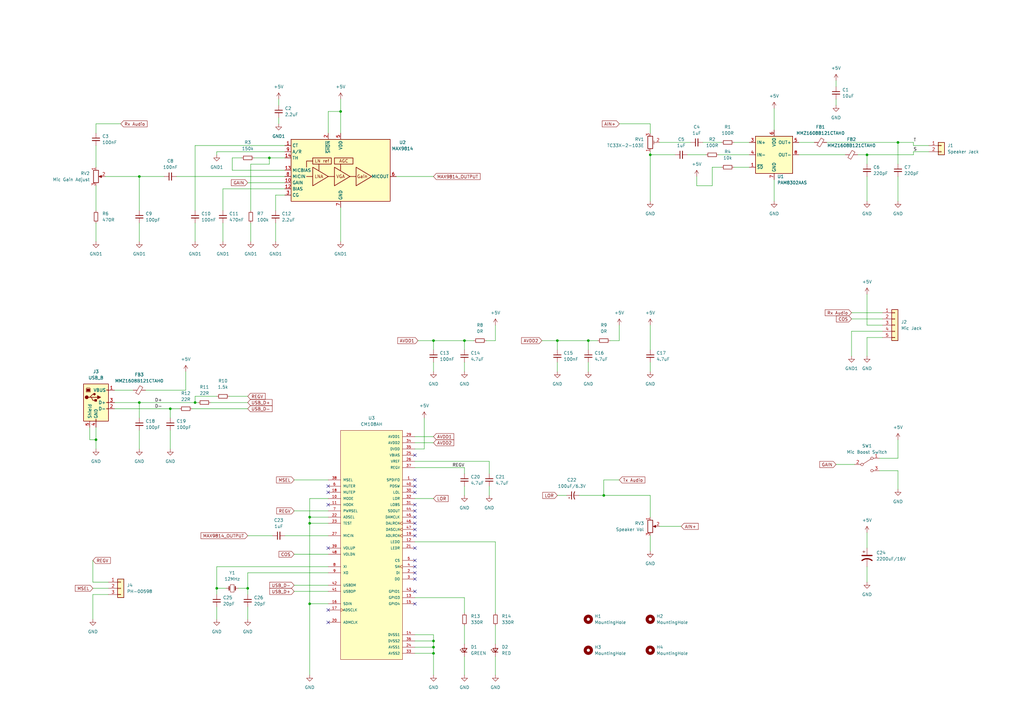
<source format=kicad_sch>
(kicad_sch (version 20230121) (generator eeschema)
  (paper "A3")
  (title_block (title "BARCBox") (date "2023-06-01") (comment 1 "iredden@gmail.com"))
  (lib_symbols
    (symbol "Amplifier_Audio:MAX9814"
      (property "Reference" "U" (at -20.32 13.97 0))
      (property "Value" "MAX9814" (at 11.43 13.97 0))
      (symbol "MAX9814_0_0"
        (text "AGC" (at 1.27 3.81 0) (effects (font (size 1.27 1.27))))
        (text "Gain" (at 8.89 -2.54 0) (effects (font (size 1.27 1.27))))
        (text "LN ref" (at -7.62 3.81 0) (effects (font (size 1.27 1.27))))
        (text "LNA" (at -8.89 -2.54 0) (effects (font (size 1.27 1.27))))
        (text "VGA" (at 0 -2.54 0) (effects (font (size 1.27 1.27))))
      )
      (symbol "MAX9814_1_1"
        (pin input line (at -22.86 10.16 0) (length 2.54) (name "CT") (number "1"))
        (pin input line (at -22.86 -5.08 0) (length 2.54) (name "GAIN") (number "10"))
        (pin passive line (at 0 -15.24 90) (length 2.54) hide (name "GND") (number "11"))
        (pin passive line (at -22.86 -7.62 0) (length 2.54) (name "BIAS") (number "12"))
        (pin output line (at -22.86 0 0) (length 2.54) (name "MICBIAS") (number "13"))
        (pin input line (at -22.86 5.08 0) (length 2.54) (name "TH") (number "14"))
        (pin passive line (at 0 -15.24 90) (length 2.54) hide (name "GND") (number "15"))
        (pin input line (at -5.08 15.24 270) (length 2.54) (name "~{SHDN}") (number "2"))
        (pin passive line (at -22.86 -10.16 0) (length 2.54) (name "CG") (number "3"))
        (pin passive line (at 0 -15.24 90) (length 2.54) hide (name "GND") (number "4"))
        (pin power_in line (at 0 15.24 270) (length 2.54) (name "VDD") (number "5"))
        (pin output line (at 22.86 -2.54 180) (length 2.54) (name "MICOUT") (number "6"))
        (pin power_in line (at 0 -15.24 90) (length 2.54) (name "GND") (number "7"))
        (pin input line (at -22.86 -2.54 0) (length 2.54) (name "MICIN") (number "8"))
        (pin input line (at -22.86 7.62 0) (length 2.54) (name "A/R") (number "9"))
      )
    )
    (symbol "Amplifier_Audio:PAM8302AAS"
      (property "Reference" "U" (at 7.62 11.43 0))
      (property "Value" "PAM8302AAS" (at 7.62 8.89 0))
      (symbol "PAM8302AAS_1_1"
        (pin input line (at -10.16 -5.08 0) (length 2.54) (name "~{SD}") (number "1"))
        (pin no_connect line (at 7.62 -5.08 180) (length 2.54) hide (name "NC") (number "2"))
        (pin input line (at -10.16 5.08 0) (length 2.54) (name "IN+") (number "3"))
        (pin input line (at -10.16 0 0) (length 2.54) (name "IN-") (number "4"))
        (pin output line (at 10.16 5.08 180) (length 2.54) (name "OUT+") (number "5"))
        (pin power_in line (at 0 10.16 270) (length 2.54) (name "VDD") (number "6"))
        (pin power_in line (at 0 -10.16 90) (length 2.54) (name "GND") (number "7"))
        (pin output line (at 10.16 0 180) (length 2.54) (name "OUT-") (number "8"))
      )
    )
    (symbol "Connector:USB_B" (pin_names (offset 1.016))
      (property "Reference" "J" (at -5.08 11.43 0))
      (property "Value" "USB_B" (at -5.08 8.89 0))
      (symbol "USB_B_1_1"
        (pin power_out line (at 7.62 5.08 180) (length 2.54) (name "VBUS") (number "1"))
        (pin bidirectional line (at 7.62 -2.54 180) (length 2.54) (name "D-") (number "2"))
        (pin bidirectional line (at 7.62 0 180) (length 2.54) (name "D+") (number "3"))
        (pin power_out line (at 0 -10.16 90) (length 2.54) (name "GND") (number "4"))
        (pin passive line (at -2.54 -10.16 90) (length 2.54) (name "Shield") (number "5"))
      )
    )
    (symbol "Connector_Generic:Conn_01x02" (pin_names (offset 1.016) hide)
      (property "Reference" "J" (at 0 2.54 0))
      (property "Value" "Conn_01x02" (at 0 -5.08 0))
      (symbol "Conn_01x02_1_1"
        (pin passive line (at -5.08 0 0) (length 3.81) (name "Pin_1") (number "1"))
        (pin passive line (at -5.08 -2.54 0) (length 3.81) (name "Pin_2") (number "2"))
      )
    )
    (symbol "Connector_Generic:Conn_01x03" (pin_names (offset 1.016) hide)
      (property "Reference" "J" (at 0 5.08 0))
      (property "Value" "Conn_01x03" (at 0 -5.08 0))
      (symbol "Conn_01x03_1_1"
        (pin passive line (at -5.08 2.54 0) (length 3.81) (name "Pin_1") (number "1"))
        (pin passive line (at -5.08 0 0) (length 3.81) (name "Pin_2") (number "2"))
        (pin passive line (at -5.08 -2.54 0) (length 3.81) (name "Pin_3") (number "3"))
      )
    )
    (symbol "Connector_Generic:Conn_01x05" (pin_names (offset 1.016) hide)
      (property "Reference" "J" (at 0 7.62 0))
      (property "Value" "Conn_01x05" (at 0 -7.62 0))
      (symbol "Conn_01x05_1_1"
        (pin passive line (at -5.08 5.08 0) (length 3.81) (name "Pin_1") (number "1"))
        (pin passive line (at -5.08 2.54 0) (length 3.81) (name "Pin_2") (number "2"))
        (pin passive line (at -5.08 0 0) (length 3.81) (name "Pin_3") (number "3"))
        (pin passive line (at -5.08 -2.54 0) (length 3.81) (name "Pin_4") (number "4"))
        (pin passive line (at -5.08 -5.08 0) (length 3.81) (name "Pin_5") (number "5"))
      )
    )
    (symbol "Device:C_Polarized_Small_US" (pin_numbers hide) (pin_names (offset 0.254) hide)
      (property "Reference" "C" (at 0.254 1.778 0))
      (property "Value" "C_Polarized_Small_US" (at 0.254 -2.032 0))
      (symbol "C_Polarized_Small_US_1_1"
        (pin passive line (at 0 2.54 270) (length 2.032) (name "~") (number "1"))
        (pin passive line (at 0 -2.54 90) (length 2.032) (name "~") (number "2"))
      )
    )
    (symbol "Device:C_Polarized_US" (pin_numbers hide) (pin_names (offset 0.254) hide)
      (property "Reference" "C" (at 0.635 2.54 0))
      (property "Value" "C_Polarized_US" (at 0.635 -2.54 0))
      (symbol "C_Polarized_US_1_1"
        (pin passive line (at 0 3.81 270) (length 2.794) (name "~") (number "1"))
        (pin passive line (at 0 -3.81 90) (length 3.302) (name "~") (number "2"))
      )
    )
    (symbol "Device:C_Small" (pin_numbers hide) (pin_names (offset 0.254) hide)
      (property "Reference" "C" (at 0.254 1.778 0))
      (property "Value" "C_Small" (at 0.254 -2.032 0))
      (symbol "C_Small_1_1"
        (pin passive line (at 0 2.54 270) (length 2.032) (name "~") (number "1"))
        (pin passive line (at 0 -2.54 90) (length 2.032) (name "~") (number "2"))
      )
    )
    (symbol "Device:Crystal_Small" (pin_numbers hide) (pin_names (offset 1.016) hide)
      (property "Reference" "Y" (at 0 2.54 0))
      (property "Value" "Crystal_Small" (at 0 -2.54 0))
      (symbol "Crystal_Small_1_1"
        (pin passive line (at -2.54 0 0) (length 1.27) (name "1") (number "1"))
        (pin passive line (at 2.54 0 180) (length 1.27) (name "2") (number "2"))
      )
    )
    (symbol "Device:FerriteBead_Small" (pin_numbers hide) (pin_names (offset 0))
      (property "Reference" "FB" (at 1.905 1.27 0))
      (property "Value" "FerriteBead_Small" (at 1.905 -1.27 0))
      (symbol "FerriteBead_Small_1_1"
        (pin passive line (at 0 2.54 270) (length 1.27) (name "~") (number "1"))
        (pin passive line (at 0 -2.54 90) (length 1.27) (name "~") (number "2"))
      )
    )
    (symbol "Device:LED_Small" (pin_numbers hide) (pin_names (offset 0.254) hide)
      (property "Reference" "D" (at -1.27 3.175 0))
      (property "Value" "LED_Small" (at -4.445 -2.54 0))
      (symbol "LED_Small_1_1"
        (pin passive line (at -2.54 0 0) (length 1.778) (name "K") (number "1"))
        (pin passive line (at 2.54 0 180) (length 1.778) (name "A") (number "2"))
      )
    )
    (symbol "Device:R_Potentiometer" (pin_names (offset 1.016) hide)
      (property "Reference" "RV" (at -4.445 0 90))
      (property "Value" "R_Potentiometer" (at -2.54 0 90))
      (symbol "R_Potentiometer_1_1"
        (pin passive line (at 0 3.81 270) (length 1.27) (name "1") (number "1"))
        (pin passive line (at 3.81 0 180) (length 1.27) (name "2") (number "2"))
        (pin passive line (at 0 -3.81 90) (length 1.27) (name "3") (number "3"))
      )
    )
    (symbol "Device:R_Potentiometer_Trim" (pin_names (offset 1.016) hide)
      (property "Reference" "RV" (at -4.445 0 90))
      (property "Value" "R_Potentiometer_Trim" (at -2.54 0 90))
      (symbol "R_Potentiometer_Trim_1_1"
        (pin passive line (at 0 3.81 270) (length 1.27) (name "1") (number "1"))
        (pin passive line (at 3.81 0 180) (length 1.27) (name "2") (number "2"))
        (pin passive line (at 0 -3.81 90) (length 1.27) (name "3") (number "3"))
      )
    )
    (symbol "Device:R_Small" (pin_numbers hide) (pin_names (offset 0.254) hide)
      (property "Reference" "R" (at 0.762 0.508 0))
      (property "Value" "R_Small" (at 0.762 -1.016 0))
      (symbol "R_Small_1_1"
        (pin passive line (at 0 2.54 270) (length 0.762) (name "~") (number "1"))
        (pin passive line (at 0 -2.54 90) (length 0.762) (name "~") (number "2"))
      )
    )
    (symbol "Mechanical:MountingHole" (pin_names (offset 1.016))
      (property "Reference" "H" (at 0 5.08 0))
      (property "Value" "MountingHole" (at 0 3.175 0))
    )
    (symbol "Schematic Symbols:CM108AH" (pin_names (offset 1.016))
      (property "Reference" "U" (at 0 50.8 0))
      (property "Value" "CM108AH" (at 0 48.26 0))
      (symbol "CM108AH_0_0"
        (pin passive line (at 17.78 27.94 180) (length 5.08) (name "SPDIFO") (number "1"))
        (pin passive line (at -17.78 20.32 0) (length 5.08) (name "MODE") (number "10"))
        (pin passive line (at -17.78 17.78 0) (length 5.08) (name "HOOK") (number "11"))
        (pin passive line (at 17.78 2.54 180) (length 5.08) (name "LEDO") (number "12"))
        (pin passive line (at 17.78 -20.32 180) (length 5.08) (name "GPIO3") (number "13"))
        (pin passive line (at 17.78 -35.56 180) (length 5.08) (name "DVSS1") (number "14"))
        (pin passive line (at 17.78 -22.86 180) (length 5.08) (name "GPIO4") (number "15"))
        (pin passive line (at -17.78 -22.86 0) (length 5.08) (name "SDIN") (number "16"))
        (pin passive clock (at -17.78 -25.4 0) (length 5.08) (name "ADSCLK") (number "17"))
        (pin passive line (at -17.78 22.86 0) (length 5.08) (name "MUTEP") (number "18"))
        (pin passive clock (at 17.78 5.08 180) (length 5.08) (name "ADLRCK") (number "19"))
        (pin passive line (at 17.78 -10.16 180) (length 5.08) (name "DI") (number "2"))
        (pin passive line (at -17.78 -30.48 0) (length 5.08) (name "ADMCLK") (number "20"))
        (pin passive line (at 17.78 0 180) (length 5.08) (name "LEDR") (number "21"))
        (pin passive line (at -17.78 12.7 0) (length 5.08) (name "ADSEL") (number "22"))
        (pin passive line (at -17.78 10.16 0) (length 5.08) (name "TEST") (number "23"))
        (pin passive line (at 17.78 -40.64 180) (length 5.08) (name "AVSS1") (number "24"))
        (pin passive line (at 17.78 38.1 180) (length 5.08) (name "VBIAS") (number "25"))
        (pin passive line (at 17.78 35.56 180) (length 5.08) (name "VREF") (number "26"))
        (pin passive line (at -17.78 5.08 0) (length 5.08) (name "MICIN") (number "27"))
        (pin passive line (at 17.78 45.72 180) (length 5.08) (name "AVDD1") (number "29"))
        (pin passive line (at 17.78 -12.7 180) (length 5.08) (name "DO") (number "3"))
        (pin passive line (at 17.78 22.86 180) (length 5.08) (name "LOL") (number "30"))
        (pin passive line (at 17.78 17.78 180) (length 5.08) (name "LOBS") (number "31"))
        (pin passive line (at 17.78 20.32 180) (length 5.08) (name "LOR") (number "32"))
        (pin passive line (at 17.78 -43.18 180) (length 5.08) (name "AVSS2") (number "33"))
        (pin passive line (at 17.78 43.18 180) (length 5.08) (name "AVDD2") (number "34"))
        (pin passive line (at 17.78 40.64 180) (length 5.08) (name "DVDD") (number "35"))
        (pin passive line (at 17.78 -38.1 180) (length 5.08) (name "DVSS2") (number "36"))
        (pin passive line (at 17.78 33.02 180) (length 5.08) (name "REGV") (number "37"))
        (pin passive line (at -17.78 27.94 0) (length 5.08) (name "MSEL") (number "38"))
        (pin passive line (at -17.78 0 0) (length 5.08) (name "VOLUP") (number "39"))
        (pin passive clock (at 17.78 -7.62 180) (length 5.08) (name "SK") (number "4"))
        (pin passive line (at 17.78 25.4 180) (length 5.08) (name "PDSW") (number "40"))
        (pin passive line (at -17.78 -17.78 0) (length 5.08) (name "USBDP") (number "41"))
        (pin passive line (at -17.78 -15.24 0) (length 5.08) (name "USBDM") (number "42"))
        (pin passive line (at 17.78 -17.78 180) (length 5.08) (name "GPIO1") (number "43"))
        (pin passive line (at 17.78 15.24 180) (length 5.08) (name "SDOUT") (number "44"))
        (pin passive line (at 17.78 12.7 180) (length 5.08) (name "DAMCLK") (number "45"))
        (pin passive clock (at 17.78 10.16 180) (length 5.08) (name "DALRCK") (number "46"))
        (pin passive clock (at 17.78 7.62 180) (length 5.08) (name "DASCLK") (number "47"))
        (pin passive line (at -17.78 -2.54 0) (length 5.08) (name "VOLDN") (number "48"))
        (pin passive line (at 17.78 -5.08 180) (length 5.08) (name "CS") (number "5"))
        (pin passive line (at -17.78 25.4 0) (length 5.08) (name "MUTER") (number "6"))
        (pin passive line (at -17.78 15.24 0) (length 5.08) (name "PWRSEL") (number "7"))
        (pin passive line (at -17.78 -7.62 0) (length 5.08) (name "XI") (number "8"))
        (pin passive line (at -17.78 -10.16 0) (length 5.08) (name "XO") (number "9"))
      )
    )
    (symbol "Switch:SW_SPDT" (pin_names (offset 0) hide)
      (property "Reference" "SW" (at 0 4.318 0))
      (property "Value" "SW_SPDT" (at 0 -5.08 0))
      (symbol "SW_SPDT_1_1"
        (pin passive line (at 5.08 2.54 180) (length 2.54) (name "A") (number "1"))
        (pin passive line (at -5.08 0 0) (length 2.54) (name "B") (number "2"))
        (pin passive line (at 5.08 -2.54 180) (length 2.54) (name "C") (number "3"))
      )
    )
    (symbol "power:+5V" (power) (pin_names (offset 0))
      (property "Value" "+5V" (at 0 3.556 0))
      (symbol "+5V_1_1"
        (pin power_in line (at 0 0 90) (length 0) hide (name "+5V") (number "1"))
      )
    )
    (symbol "power:GND" (power) (pin_names (offset 0))
      (property "Value" "GND" (at 0 -3.81 0))
      (symbol "GND_1_1"
        (pin power_in line (at 0 0 270) (length 0) hide (name "GND") (number "1"))
      )
    )
    (symbol "power:GND1" (power) (pin_names (offset 0))
      (property "Value" "GND1" (at 0 -3.81 0))
      (symbol "GND1_1_1"
        (pin power_in line (at 0 0 270) (length 0) hide (name "GND1") (number "1"))
      )
    )
  )
  (junction (at 177.8 139.7))
  (junction (at 39.37 180.34))
  (junction (at 177.8 265.43))
  (junction (at 127 212.09))
  (junction (at 69.85 167.64))
  (junction (at 57.15 72.39))
  (junction (at 80.01 165.1))
  (junction (at 127 247.65))
  (junction (at 247.65 203.2))
  (junction (at 110.49 64.77))
  (junction (at 228.6 139.7))
  (junction (at 177.8 262.89))
  (junction (at 127 214.63))
  (junction (at 355.6 63.5))
  (junction (at 177.8 267.97))
  (junction (at 88.9 241.3))
  (junction (at 101.6 241.3))
  (junction (at 241.3 139.7))
  (junction (at 266.7 63.5))
  (junction (at 190.5 139.7))
  (junction (at 57.15 165.1))
  (junction (at 139.7 45.72))
  (junction (at 368.3 58.42))
  (no_connect (at 134.62 201.93))
  (no_connect (at 134.62 250.19))
  (no_connect (at 134.62 207.01))
  (no_connect (at 170.18 209.55))
  (no_connect (at 170.18 212.09))
  (no_connect (at 170.18 214.63))
  (no_connect (at 170.18 217.17))
  (no_connect (at 170.18 247.65))
  (no_connect (at 170.18 199.39))
  (no_connect (at 170.18 224.79))
  (no_connect (at 170.18 242.57))
  (no_connect (at 170.18 229.87))
  (no_connect (at 170.18 232.41))
  (no_connect (at 170.18 234.95))
  (no_connect (at 170.18 237.49))
  (no_connect (at 134.62 199.39))
  (no_connect (at 134.62 224.79))
  (no_connect (at 170.18 219.71))
  (no_connect (at 170.18 201.93))
  (no_connect (at 170.18 186.69))
  (no_connect (at 134.62 255.27))
  (no_connect (at 170.18 207.01))
  (no_connect (at 170.18 196.85))
  (wire (pts (xy 247.65 203.2) (xy 266.7 203.2)))
  (wire (pts (xy 171.45 139.7) (xy 177.8 139.7)))
  (wire (pts (xy 101.6 243.84) (xy 101.6 241.3)))
  (wire (pts (xy 173.99 171.45) (xy 173.99 184.15)))
  (wire (pts (xy 190.5 148.59) (xy 190.5 152.4)))
  (wire (pts (xy 228.6 203.2) (xy 232.41 203.2)))
  (wire (pts (xy 200.66 189.23) (xy 200.66 194.31)))
  (wire (pts (xy 355.6 120.65) (xy 355.6 133.35)))
  (wire (pts (xy 80.01 99.06) (xy 80.01 91.44)))
  (wire (pts (xy 361.95 133.35) (xy 355.6 133.35)))
  (wire (pts (xy 266.7 219.71) (xy 266.7 226.06)))
  (wire (pts (xy 102.87 86.36) (xy 102.87 67.31)))
  (wire (pts (xy 317.5 73.66) (xy 317.5 82.55)))
  (wire (pts (xy 80.01 162.56) (xy 80.01 165.1)))
  (wire (pts (xy 355.6 63.5) (xy 374.65 63.5)))
  (wire (pts (xy 127 204.47) (xy 127 212.09)))
  (wire (pts (xy 254 133.35) (xy 254 139.7)))
  (wire (pts (xy 170.18 245.11) (xy 190.5 245.11)))
  (wire (pts (xy 110.49 64.77) (xy 104.14 64.77)))
  (wire (pts (xy 134.62 45.72) (xy 139.7 45.72)))
  (wire (pts (xy 342.9 40.64) (xy 342.9 43.18)))
  (wire (pts (xy 80.01 59.69) (xy 116.84 59.69)))
  (wire (pts (xy 292.1 76.2) (xy 292.1 68.58)))
  (wire (pts (xy 88.9 62.23) (xy 116.84 62.23)))
  (wire (pts (xy 177.8 267.97) (xy 177.8 276.86)))
  (wire (pts (xy 114.3 48.26) (xy 114.3 50.8)))
  (wire (pts (xy 342.9 33.02) (xy 342.9 35.56)))
  (wire (pts (xy 134.62 232.41) (xy 88.9 232.41)))
  (wire (pts (xy 368.3 193.04) (xy 368.3 200.66)))
  (wire (pts (xy 116.84 64.77) (xy 110.49 64.77)))
  (wire (pts (xy 190.5 256.54) (xy 190.5 264.16)))
  (wire (pts (xy 288.29 58.42) (xy 295.91 58.42)))
  (wire (pts (xy 360.68 193.04) (xy 368.3 193.04)))
  (wire (pts (xy 101.6 74.93) (xy 116.84 74.93)))
  (wire (pts (xy 44.45 238.76) (xy 38.1 238.76)))
  (wire (pts (xy 43.18 72.39) (xy 57.15 72.39)))
  (wire (pts (xy 241.3 139.7) (xy 245.11 139.7)))
  (wire (pts (xy 247.65 196.85) (xy 247.65 203.2)))
  (wire (pts (xy 270.51 215.9) (xy 279.4 215.9)))
  (wire (pts (xy 190.5 139.7) (xy 194.31 139.7)))
  (wire (pts (xy 170.18 179.07) (xy 177.8 179.07)))
  (wire (pts (xy 241.3 139.7) (xy 241.3 143.51)))
  (wire (pts (xy 241.3 148.59) (xy 241.3 152.4)))
  (wire (pts (xy 190.5 203.2) (xy 190.5 199.39)))
  (wire (pts (xy 110.49 67.31) (xy 110.49 64.77)))
  (wire (pts (xy 88.9 162.56) (xy 80.01 162.56)))
  (wire (pts (xy 78.74 167.64) (xy 101.6 167.64)))
  (wire (pts (xy 368.3 180.34) (xy 368.3 187.96)))
  (wire (pts (xy 327.66 58.42) (xy 334.01 58.42)))
  (wire (pts (xy 113.03 99.06) (xy 113.03 91.44)))
  (wire (pts (xy 57.15 72.39) (xy 67.31 72.39)))
  (wire (pts (xy 91.44 99.06) (xy 91.44 91.44)))
  (wire (pts (xy 120.65 240.03) (xy 134.62 240.03)))
  (wire (pts (xy 381 62.23) (xy 374.65 62.23)))
  (wire (pts (xy 327.66 63.5) (xy 346.71 63.5)))
  (wire (pts (xy 80.01 165.1) (xy 81.28 165.1)))
  (wire (pts (xy 134.62 247.65) (xy 127 247.65)))
  (wire (pts (xy 203.2 222.25) (xy 203.2 251.46)))
  (wire (pts (xy 88.9 248.92) (xy 88.9 254)))
  (wire (pts (xy 88.9 232.41) (xy 88.9 241.3)))
  (wire (pts (xy 349.25 130.81) (xy 361.95 130.81)))
  (wire (pts (xy 116.84 219.71) (xy 134.62 219.71)))
  (wire (pts (xy 139.7 40.64) (xy 139.7 45.72)))
  (wire (pts (xy 57.15 165.1) (xy 80.01 165.1)))
  (wire (pts (xy 91.44 86.36) (xy 91.44 77.47)))
  (wire (pts (xy 361.95 138.43) (xy 355.6 138.43)))
  (wire (pts (xy 222.25 139.7) (xy 228.6 139.7)))
  (wire (pts (xy 38.1 241.3) (xy 44.45 241.3)))
  (wire (pts (xy 57.15 72.39) (xy 57.15 86.36)))
  (wire (pts (xy 101.6 241.3) (xy 101.6 234.95)))
  (wire (pts (xy 170.18 262.89) (xy 177.8 262.89)))
  (wire (pts (xy 294.64 63.5) (xy 307.34 63.5)))
  (wire (pts (xy 200.66 203.2) (xy 200.66 199.39)))
  (wire (pts (xy 120.65 209.55) (xy 134.62 209.55)))
  (wire (pts (xy 127 214.63) (xy 127 247.65)))
  (wire (pts (xy 177.8 262.89) (xy 177.8 265.43)))
  (wire (pts (xy 266.7 203.2) (xy 266.7 212.09)))
  (wire (pts (xy 355.6 218.44) (xy 355.6 224.79)))
  (wire (pts (xy 76.2 152.4) (xy 76.2 160.02)))
  (wire (pts (xy 36.83 175.26) (xy 36.83 180.34)))
  (wire (pts (xy 228.6 143.51) (xy 228.6 139.7)))
  (wire (pts (xy 368.3 67.31) (xy 368.3 58.42)))
  (wire (pts (xy 44.45 243.84) (xy 38.1 243.84)))
  (wire (pts (xy 39.37 91.44) (xy 39.37 99.06)))
  (wire (pts (xy 39.37 76.2) (xy 39.37 86.36)))
  (wire (pts (xy 46.99 160.02) (xy 54.61 160.02)))
  (wire (pts (xy 170.18 184.15) (xy 173.99 184.15)))
  (wire (pts (xy 97.79 241.3) (xy 101.6 241.3)))
  (wire (pts (xy 69.85 167.64) (xy 69.85 171.45)))
  (wire (pts (xy 39.37 50.8) (xy 49.53 50.8)))
  (wire (pts (xy 203.2 133.35) (xy 203.2 139.7)))
  (wire (pts (xy 266.7 50.8) (xy 266.7 54.61)))
  (wire (pts (xy 368.3 58.42) (xy 374.65 58.42)))
  (wire (pts (xy 46.99 165.1) (xy 57.15 165.1)))
  (wire (pts (xy 127 212.09) (xy 127 214.63)))
  (wire (pts (xy 300.99 68.58) (xy 307.34 68.58)))
  (wire (pts (xy 349.25 128.27) (xy 361.95 128.27)))
  (wire (pts (xy 349.25 146.05) (xy 349.25 135.89)))
  (wire (pts (xy 170.18 189.23) (xy 200.66 189.23)))
  (wire (pts (xy 342.9 190.5) (xy 350.52 190.5)))
  (wire (pts (xy 355.6 138.43) (xy 355.6 146.05)))
  (wire (pts (xy 266.7 148.59) (xy 266.7 152.4)))
  (wire (pts (xy 113.03 86.36) (xy 113.03 80.01)))
  (wire (pts (xy 270.51 58.42) (xy 283.21 58.42)))
  (wire (pts (xy 95.25 69.85) (xy 116.84 69.85)))
  (wire (pts (xy 266.7 63.5) (xy 266.7 82.55)))
  (wire (pts (xy 120.65 227.33) (xy 134.62 227.33)))
  (wire (pts (xy 237.49 203.2) (xy 247.65 203.2)))
  (wire (pts (xy 102.87 67.31) (xy 110.49 67.31)))
  (wire (pts (xy 69.85 176.53) (xy 69.85 184.15)))
  (wire (pts (xy 170.18 204.47) (xy 177.8 204.47)))
  (wire (pts (xy 317.5 44.45) (xy 317.5 53.34)))
  (wire (pts (xy 381 59.69) (xy 374.65 59.69)))
  (wire (pts (xy 177.8 139.7) (xy 190.5 139.7)))
  (wire (pts (xy 266.7 62.23) (xy 266.7 63.5)))
  (wire (pts (xy 203.2 269.24) (xy 203.2 276.86)))
  (wire (pts (xy 88.9 241.3) (xy 92.71 241.3)))
  (wire (pts (xy 228.6 152.4) (xy 228.6 148.59)))
  (wire (pts (xy 102.87 99.06) (xy 102.87 91.44)))
  (wire (pts (xy 250.19 139.7) (xy 254 139.7)))
  (wire (pts (xy 80.01 86.36) (xy 80.01 59.69)))
  (wire (pts (xy 355.6 82.55) (xy 355.6 72.39)))
  (wire (pts (xy 190.5 191.77) (xy 170.18 191.77)))
  (wire (pts (xy 285.75 76.2) (xy 285.75 72.39)))
  (wire (pts (xy 127 214.63) (xy 134.62 214.63)))
  (wire (pts (xy 38.1 229.87) (xy 38.1 238.76)))
  (wire (pts (xy 36.83 180.34) (xy 39.37 180.34)))
  (wire (pts (xy 134.62 212.09) (xy 127 212.09)))
  (wire (pts (xy 127 247.65) (xy 127 276.86)))
  (wire (pts (xy 39.37 175.26) (xy 39.37 180.34)))
  (wire (pts (xy 339.09 58.42) (xy 368.3 58.42)))
  (wire (pts (xy 95.25 64.77) (xy 95.25 69.85)))
  (wire (pts (xy 177.8 265.43) (xy 177.8 267.97)))
  (wire (pts (xy 170.18 222.25) (xy 203.2 222.25)))
  (wire (pts (xy 139.7 85.09) (xy 139.7 99.06)))
  (wire (pts (xy 38.1 243.84) (xy 38.1 254)))
  (wire (pts (xy 285.75 76.2) (xy 292.1 76.2)))
  (wire (pts (xy 254 196.85) (xy 247.65 196.85)))
  (wire (pts (xy 360.68 187.96) (xy 368.3 187.96)))
  (wire (pts (xy 99.06 64.77) (xy 95.25 64.77)))
  (wire (pts (xy 170.18 267.97) (xy 177.8 267.97)))
  (wire (pts (xy 300.99 58.42) (xy 307.34 58.42)))
  (wire (pts (xy 199.39 139.7) (xy 203.2 139.7)))
  (wire (pts (xy 88.9 241.3) (xy 88.9 243.84)))
  (wire (pts (xy 39.37 50.8) (xy 39.37 54.61)))
  (wire (pts (xy 91.44 77.47) (xy 116.84 77.47)))
  (wire (pts (xy 93.98 162.56) (xy 101.6 162.56)))
  (wire (pts (xy 349.25 135.89) (xy 361.95 135.89)))
  (wire (pts (xy 59.69 160.02) (xy 76.2 160.02)))
  (wire (pts (xy 170.18 265.43) (xy 177.8 265.43)))
  (wire (pts (xy 203.2 256.54) (xy 203.2 264.16)))
  (wire (pts (xy 177.8 152.4) (xy 177.8 148.59)))
  (wire (pts (xy 281.94 63.5) (xy 289.56 63.5)))
  (wire (pts (xy 114.3 40.64) (xy 114.3 43.18)))
  (wire (pts (xy 101.6 219.71) (xy 111.76 219.71)))
  (wire (pts (xy 69.85 167.64) (xy 73.66 167.64)))
  (wire (pts (xy 355.6 67.31) (xy 355.6 63.5)))
  (wire (pts (xy 374.65 59.69) (xy 374.65 58.42)))
  (wire (pts (xy 254 50.8) (xy 266.7 50.8)))
  (wire (pts (xy 190.5 251.46) (xy 190.5 245.11)))
  (wire (pts (xy 374.65 62.23) (xy 374.65 63.5)))
  (wire (pts (xy 170.18 260.35) (xy 177.8 260.35)))
  (wire (pts (xy 113.03 80.01) (xy 116.84 80.01)))
  (wire (pts (xy 170.18 181.61) (xy 177.8 181.61)))
  (wire (pts (xy 57.15 91.44) (xy 57.15 99.06)))
  (wire (pts (xy 72.39 72.39) (xy 116.84 72.39)))
  (wire (pts (xy 134.62 54.61) (xy 134.62 45.72)))
  (wire (pts (xy 57.15 165.1) (xy 57.15 171.45)))
  (wire (pts (xy 88.9 63.5) (xy 88.9 62.23)))
  (wire (pts (xy 177.8 143.51) (xy 177.8 139.7)))
  (wire (pts (xy 355.6 232.41) (xy 355.6 238.76)))
  (wire (pts (xy 101.6 234.95) (xy 134.62 234.95)))
  (wire (pts (xy 39.37 59.69) (xy 39.37 68.58)))
  (wire (pts (xy 368.3 82.55) (xy 368.3 72.39)))
  (wire (pts (xy 190.5 139.7) (xy 190.5 143.51)))
  (wire (pts (xy 39.37 180.34) (xy 39.37 184.15)))
  (wire (pts (xy 266.7 133.35) (xy 266.7 143.51)))
  (wire (pts (xy 101.6 254) (xy 101.6 248.92)))
  (wire (pts (xy 57.15 176.53) (xy 57.15 184.15)))
  (wire (pts (xy 228.6 139.7) (xy 241.3 139.7)))
  (wire (pts (xy 139.7 45.72) (xy 139.7 54.61)))
  (wire (pts (xy 120.65 242.57) (xy 134.62 242.57)))
  (wire (pts (xy 46.99 167.64) (xy 69.85 167.64)))
  (wire (pts (xy 177.8 260.35) (xy 177.8 262.89)))
  (wire (pts (xy 120.65 196.85) (xy 134.62 196.85)))
  (wire (pts (xy 162.56 72.39) (xy 177.8 72.39)))
  (wire (pts (xy 86.36 165.1) (xy 101.6 165.1)))
  (wire (pts (xy 190.5 194.31) (xy 190.5 191.77)))
  (wire (pts (xy 134.62 204.47) (xy 127 204.47)))
  (wire (pts (xy 351.79 63.5) (xy 355.6 63.5)))
  (wire (pts (xy 190.5 269.24) (xy 190.5 276.86)))
  (wire (pts (xy 292.1 68.58) (xy 295.91 68.58)))
  (wire (pts (xy 266.7 63.5) (xy 276.86 63.5)))
  (label "T" (at 374.65 58.42 0))
  (label "D-" (at 63.5 167.64 0))
  (label "D+" (at 63.5 165.1 0))
  (label "S" (at 374.65 62.23 0))
  (label "REGV" (at 190.5 191.77 180))
  (global_label "AVDD1" (shape input) (at 171.45 139.7 180) (property "Intersheetrefs" "${INTERSHEET_REFS}" (effects hide)))
  (global_label "MAX9814_OUTPUT" (shape input) (at 101.6 219.71 180) (property "Intersheetrefs" "${INTERSHEET_REFS}" (effects hide)))
  (global_label "REGV" (shape input) (at 120.65 209.55 180) (property "Intersheetrefs" "${INTERSHEET_REFS}" (effects hide)))
  (global_label "AVDD2" (shape input) (at 222.25 139.7 180) (property "Intersheetrefs" "${INTERSHEET_REFS}" (effects hide)))
  (global_label "Rx Audio" (shape input) (at 49.53 50.8 0) (property "Intersheetrefs" "${INTERSHEET_REFS}" (effects hide)))
  (global_label "USB_D-" (shape input) (at 101.6 167.64 0) (property "Intersheetrefs" "${INTERSHEET_REFS}" (effects hide)))
  (global_label "AIN+" (shape input) (at 254 50.8 180) (property "Intersheetrefs" "${INTERSHEET_REFS}" (effects hide)))
  (global_label "USB_D-" (shape input) (at 120.65 240.03 180) (property "Intersheetrefs" "${INTERSHEET_REFS}" (effects hide)))
  (global_label "USB_D+" (shape input) (at 101.6 165.1 0) (property "Intersheetrefs" "${INTERSHEET_REFS}" (effects hide)))
  (global_label "AVDD2" (shape input) (at 177.8 181.61 0) (property "Intersheetrefs" "${INTERSHEET_REFS}" (effects hide)))
  (global_label "REGV" (shape input) (at 101.6 162.56 0) (property "Intersheetrefs" "${INTERSHEET_REFS}" (effects hide)))
  (global_label "MSEL" (shape input) (at 38.1 241.3 180) (property "Intersheetrefs" "${INTERSHEET_REFS}" (effects hide)))
  (global_label "REGV" (shape input) (at 38.1 229.87 0) (property "Intersheetrefs" "${INTERSHEET_REFS}" (effects hide)))
  (global_label "MAX9814_OUTPUT" (shape input) (at 177.8 72.39 0) (property "Intersheetrefs" "${INTERSHEET_REFS}" (effects hide)))
  (global_label "GAIN" (shape input) (at 342.9 190.5 180) (property "Intersheetrefs" "${INTERSHEET_REFS}" (effects hide)))
  (global_label "AIN+" (shape input) (at 279.4 215.9 0) (property "Intersheetrefs" "${INTERSHEET_REFS}" (effects hide)))
  (global_label "LOR" (shape input) (at 177.8 204.47 0) (property "Intersheetrefs" "${INTERSHEET_REFS}" (effects hide)))
  (global_label "LOR" (shape input) (at 228.6 203.2 180) (property "Intersheetrefs" "${INTERSHEET_REFS}" (effects hide)))
  (global_label "USB_D+" (shape input) (at 120.65 242.57 180) (property "Intersheetrefs" "${INTERSHEET_REFS}" (effects hide)))
  (global_label "AVDD1" (shape input) (at 177.8 179.07 0) (property "Intersheetrefs" "${INTERSHEET_REFS}" (effects hide)))
  (global_label "COS" (shape input) (at 120.65 227.33 180) (property "Intersheetrefs" "${INTERSHEET_REFS}" (effects hide)))
  (global_label "GAIN" (shape input) (at 101.6 74.93 180) (property "Intersheetrefs" "${INTERSHEET_REFS}" (effects hide)))
  (global_label "Rx Audio" (shape input) (at 349.25 128.27 180) (property "Intersheetrefs" "${INTERSHEET_REFS}" (effects hide)))
  (global_label "COS" (shape input) (at 349.25 130.81 180) (property "Intersheetrefs" "${INTERSHEET_REFS}" (effects hide)))
  (global_label "Tx Audio" (shape input) (at 254 196.85 0) (property "Intersheetrefs" "${INTERSHEET_REFS}" (effects hide)))
  (global_label "MSEL" (shape input) (at 120.65 196.85 180) (property "Intersheetrefs" "${INTERSHEET_REFS}" (effects hide)))
  (symbol (lib_id "power:GND") (at 190.5 203.2 0) (unit 1)
    (property "Reference" "#PWR0128" (effects hide))
    (property "Value" "GND" (at 190.5 208.28 0))
  )
  (symbol (lib_id "Device:R_Small") (at 196.85 139.7 90) (unit 1)
    (property "Reference" "R8" (at 196.85 133.35 90))
    (property "Value" "0R" (at 196.85 135.89 90))
    (property "Footprint" "Resistor_SMD:R_0603_1608Metric" (effects hide))
    (property "LCSC Part #" "C21189" (effects hide))
  )
  (symbol (lib_id "power:GND") (at 127 276.86 0) (unit 1)
    (property "Reference" "#PWR0101" (effects hide))
    (property "Value" "GND" (at 127 281.94 0))
  )
  (symbol (lib_id "power:GND1") (at 39.37 99.06 0) (unit 1)
    (property "Reference" "#PWR0113" (effects hide))
    (property "Value" "GND1" (at 39.37 104.14 0))
  )
  (symbol (lib_id "power:GND1") (at 80.01 99.06 0) (unit 1)
    (property "Reference" "#PWR0111" (effects hide))
    (property "Value" "GND1" (at 80.01 104.14 0))
  )
  (symbol (lib_id "Device:Crystal_Small") (at 95.25 241.3 0) (unit 1)
    (property "Reference" "Y1" (at 95.25 234.95 0))
    (property "Value" "12MHz" (at 95.25 237.49 0))
    (property "Footprint" "Crystal:Crystal_SMD_HC49-SD" (effects hide))
    (property "LCSC Part #" "C111117" (effects hide))
  )
  (symbol (lib_id "Device:R_Small") (at 247.65 139.7 90) (unit 1)
    (property "Reference" "R9" (at 247.65 133.35 90))
    (property "Value" "0R" (at 247.65 135.89 90))
    (property "Footprint" "Resistor_SMD:R_0603_1608Metric" (effects hide))
    (property "LCSC Part #" "C21189" (effects hide))
  )
  (symbol (lib_id "Mechanical:MountingHole") (at 241.3 254 0) (unit 1)
    (property "Reference" "H1" (at 243.84 252.7299 0) (effects (justify left)))
    (property "Value" "MountingHole" (at 243.84 255.2699 0) (effects (justify left)))
    (property "Footprint" "MountingHole:MountingHole_3.2mm_M3_ISO14580" (effects hide))
  )
  (symbol (lib_id "Device:C_Small") (at 39.37 57.15 0) (unit 1)
    (property "Reference" "C3" (at 41.91 55.8862 0) (effects (justify left)))
    (property "Value" "100nF" (at 41.91 58.4262 0) (effects (justify left)))
    (property "Footprint" "Capacitor_SMD:C_0603_1608Metric" (effects hide))
    (property "LCSC Part #" "C14663" (effects hide))
  )
  (symbol (lib_id "power:GND") (at 177.8 276.86 0) (unit 1)
    (property "Reference" "#PWR0102" (effects hide))
    (property "Value" "GND" (at 177.8 281.94 0))
  )
  (symbol (lib_id "Mechanical:MountingHole") (at 266.7 266.7 0) (unit 1)
    (property "Reference" "H4" (at 269.24 265.4299 0) (effects (justify left)))
    (property "Value" "MountingHole" (at 269.24 267.9699 0) (effects (justify left)))
    (property "Footprint" "MountingHole:MountingHole_3.2mm_M3_ISO14580" (effects hide))
  )
  (symbol (lib_id "Device:R_Small") (at 203.2 254 0) (unit 1)
    (property "Reference" "R14" (at 205.74 252.7299 0) (effects (justify left)))
    (property "Value" "330R" (at 205.74 255.2699 0) (effects (justify left)))
    (property "Footprint" "Resistor_SMD:R_0603_1608Metric" (effects hide))
    (property "LCSC Part #" "C23138" (effects hide))
  )
  (symbol (lib_id "Device:R_Small") (at 292.1 63.5 90) (unit 1)
    (property "Reference" "R2" (at 292.1 57.15 90))
    (property "Value" "100R" (at 292.1 59.69 90))
    (property "Footprint" "Resistor_SMD:R_0603_1608Metric" (effects hide))
    (property "LCSC Part #" "C22775" (effects hide))
  )
  (symbol (lib_id "power:GND") (at 228.6 152.4 0) (unit 1)
    (property "Reference" "#PWR0148" (effects hide))
    (property "Value" "GND" (at 228.6 157.48 0))
  )
  (symbol (lib_id "Connector:USB_B") (at 39.37 165.1 0) (unit 1)
    (property "Reference" "J3" (at 39.37 152.4 0))
    (property "Value" "USB_B" (at 39.37 154.94 0))
    (property "Footprint" "Connector_USB:USB_B_OST_USB-B1HSxx_Horizontal" (effects hide))
    (property "Datasheet" " ~" (effects hide))
    (property "LCSC Part #" "C46393" (effects hide))
  )
  (symbol (lib_id "Amplifier_Audio:PAM8302AAS") (at 317.5 63.5 0) (unit 1)
    (property "Reference" "U1" (at 318.77 72.39 0) (effects (justify left)))
    (property "Value" "PAM8302AAS" (at 318.77 74.93 0) (effects (justify left)))
    (property "Footprint" "Package_SO:MSOP-8_3x3mm_P0.65mm" (effects hide))
    (property "Datasheet" "https://www.diodes.com/assets/Datasheets/PAM8302A.pdf" (effects hide))
    (property "LCSC Part #" "C113367" (effects hide))
  )
  (symbol (lib_id "power:GND") (at 190.5 276.86 0) (unit 1)
    (property "Reference" "#PWR0103" (effects hide))
    (property "Value" "GND" (at 190.5 281.94 0))
  )
  (symbol (lib_id "Mechanical:MountingHole") (at 266.7 254 0) (unit 1)
    (property "Reference" "H2" (at 269.24 252.7299 0) (effects (justify left)))
    (property "Value" "MountingHole" (at 269.24 255.2699 0) (effects (justify left)))
    (property "Footprint" "MountingHole:MountingHole_3.2mm_M3_ISO14580" (effects hide))
  )
  (symbol (lib_id "power:GND") (at 317.5 82.55 0) (unit 1)
    (property "Reference" "#PWR0138" (effects hide))
    (property "Value" "GND" (at 317.5 87.63 0))
  )
  (symbol (lib_id "power:+5V") (at 114.3 40.64 0) (unit 1)
    (property "Reference" "#PWR0115" (effects hide))
    (property "Value" "+5V" (at 114.3 35.56 0))
  )
  (symbol (lib_id "power:+5V") (at 76.2 152.4 0) (unit 1)
    (property "Reference" "#PWR0105" (effects hide))
    (property "Value" "+5V" (at 76.2 147.32 0))
  )
  (symbol (lib_id "power:GND") (at 266.7 82.55 0) (unit 1)
    (property "Reference" "#PWR0147" (effects hide))
    (property "Value" "GND" (at 266.7 87.63 0))
  )
  (symbol (lib_id "Device:C_Small") (at 114.3 219.71 90) (unit 1)
    (property "Reference" "C23" (at 114.3063 213.36 90))
    (property "Value" "1uF" (at 114.3063 215.9 90))
    (property "Footprint" "Capacitor_SMD:C_0603_1608Metric" (effects hide))
    (property "LCSC Part #" "C15849" (effects hide))
  )
  (symbol (lib_id "power:+5V") (at 139.7 40.64 0) (unit 1)
    (property "Reference" "#PWR0117" (effects hide))
    (property "Value" "+5V" (at 139.7 35.56 0))
  )
  (symbol (lib_id "Device:R_Small") (at 298.45 58.42 90) (unit 1)
    (property "Reference" "R1" (at 298.45 52.07 90))
    (property "Value" "100R" (at 298.45 54.61 90))
    (property "Footprint" "Resistor_SMD:R_0603_1608Metric" (effects hide))
    (property "LCSC Part #" "C22775" (effects hide))
  )
  (symbol (lib_id "Device:C_Small") (at 200.66 196.85 0) (unit 1)
    (property "Reference" "C21" (at 203.2 195.5862 0) (effects (justify left)))
    (property "Value" "4.7uF" (at 203.2 198.1262 0) (effects (justify left)))
    (property "Footprint" "Capacitor_SMD:C_0603_1608Metric" (effects hide))
    (property "LCSC Part #" "C19666" (effects hide))
  )
  (symbol (lib_id "Device:LED_Small") (at 203.2 266.7 90) (unit 1)
    (property "Reference" "D2" (at 205.74 265.3664 90) (effects (justify right)))
    (property "Value" "RED" (at 205.74 267.9064 90) (effects (justify right)))
    (property "Footprint" "LED_SMD:LED_0603_1608Metric" (effects hide))
    (property "LCSC Part #" "C2286" (effects hide))
  )
  (symbol (lib_id "power:GND") (at 57.15 184.15 0) (unit 1)
    (property "Reference" "#PWR0107" (effects hide))
    (property "Value" "GND" (at 57.15 189.23 0))
  )
  (symbol (lib_id "power:GND") (at 241.3 152.4 0) (unit 1)
    (property "Reference" "#PWR0144" (effects hide))
    (property "Value" "GND" (at 241.3 157.48 0))
  )
  (symbol (lib_id "power:GND1") (at 349.25 146.05 0) (unit 1)
    (property "Reference" "#PWR0134" (effects hide))
    (property "Value" "GND1" (at 349.25 151.13 0))
  )
  (symbol (lib_id "Device:C_Small") (at 190.5 146.05 0) (unit 1)
    (property "Reference" "C14" (at 193.04 144.7862 0) (effects (justify left)))
    (property "Value" "4.7uF" (at 193.04 147.3262 0) (effects (justify left)))
    (property "Footprint" "Capacitor_SMD:C_0603_1608Metric" (effects hide))
    (property "LCSC Part #" "C19666" (effects hide))
  )
  (symbol (lib_id "Device:C_Small") (at 368.3 69.85 0) (unit 1)
    (property "Reference" "C7" (at 370.84 68.5862 0) (effects (justify left)))
    (property "Value" "220pF" (at 370.84 71.1262 0) (effects (justify left)))
    (property "Footprint" "Capacitor_SMD:C_0603_1608Metric" (effects hide))
    (property "LCSC Part #" "C1603" (effects hide))
  )
  (symbol (lib_id "power:GND1") (at 139.7 99.06 0) (unit 1)
    (property "Reference" "#PWR0119" (effects hide))
    (property "Value" "GND1" (at 139.7 104.14 0))
  )
  (symbol (lib_id "Switch:SW_SPDT") (at 355.6 190.5 0) (unit 1)
    (property "Reference" "SW1" (at 355.6 182.88 0))
    (property "Value" "Mic Boost Switch" (at 355.6 185.42 0))
    (property "Footprint" "PCB Footprints:Mic Boost Switch" (effects hide))
    (property "LCSC Part #" "-" (effects hide))
  )
  (symbol (lib_id "Device:R_Small") (at 83.82 165.1 90) (unit 1)
    (property "Reference" "R11" (at 83.82 158.75 90))
    (property "Value" "22R" (at 83.82 161.29 90))
    (property "Footprint" "Resistor_SMD:R_0603_1608Metric" (effects hide))
    (property "LCSC Part #" "C23345" (effects hide))
  )
  (symbol (lib_id "Device:C_Polarized_US") (at 355.6 228.6 0) (unit 1)
    (property "Reference" "C24" (at 359.41 226.6949 0) (effects (justify left)))
    (property "Value" "2200uF/16V" (at 359.41 229.2349 0) (effects (justify left)))
    (property "Footprint" "Capacitor_THT:C_Radial_D10.0mm_H20.0mm_P5.00mm" (effects hide))
    (property "LCSC Part #" "C697579" (effects hide))
  )
  (symbol (lib_id "Device:C_Small") (at 101.6 246.38 0) (unit 1)
    (property "Reference" "C26" (at 104.14 245.1162 0) (effects (justify left)))
    (property "Value" "20pF" (at 104.14 247.6562 0) (effects (justify left)))
    (property "Footprint" "Capacitor_SMD:C_0603_1608Metric" (effects hide))
    (property "LCSC Part #" "C1648" (effects hide))
  )
  (symbol (lib_id "Device:C_Small") (at 57.15 88.9 0) (unit 1)
    (property "Reference" "C9" (at 59.69 87.6362 0) (effects (justify left)))
    (property "Value" "100pF" (at 59.69 90.1762 0) (effects (justify left)))
    (property "Footprint" "Capacitor_SMD:C_0603_1608Metric" (effects hide))
    (property "LCSC Part #" "C14858" (effects hide))
  )
  (symbol (lib_id "power:GND") (at 101.6 254 0) (unit 1)
    (property "Reference" "#PWR0120" (effects hide))
    (property "Value" "GND" (at 101.6 259.08 0))
  )
  (symbol (lib_id "power:+5V") (at 355.6 120.65 0) (unit 1)
    (property "Reference" "#PWR0131" (effects hide))
    (property "Value" "+5V" (at 355.6 115.57 0))
  )
  (symbol (lib_id "power:GND") (at 368.3 200.66 0) (unit 1)
    (property "Reference" "#PWR0135" (effects hide))
    (property "Value" "GND" (at 368.3 205.74 0))
  )
  (symbol (lib_id "power:GND") (at 38.1 254 0) (unit 1)
    (property "Reference" "#PWR0122" (effects hide))
    (property "Value" "GND" (at 38.1 259.08 0))
  )
  (symbol (lib_id "power:GND") (at 266.7 152.4 0) (unit 1)
    (property "Reference" "#PWR0146" (effects hide))
    (property "Value" "GND" (at 266.7 157.48 0))
  )
  (symbol (lib_id "power:+5V") (at 355.6 218.44 0) (unit 1)
    (property "Reference" "#PWR0137" (effects hide))
    (property "Value" "+5V" (at 355.6 213.36 0))
  )
  (symbol (lib_id "Device:R_Small") (at 39.37 88.9 0) (unit 1)
    (property "Reference" "R6" (at 41.91 87.6299 0) (effects (justify left)))
    (property "Value" "470R" (at 41.91 90.1699 0) (effects (justify left)))
    (property "Footprint" "Resistor_SMD:R_0603_1608Metric" (effects hide))
    (property "LCSC Part #" "C23179" (effects hide))
  )
  (symbol (lib_id "power:+5V") (at 285.75 72.39 0) (unit 1)
    (property "Reference" "#PWR0145" (effects hide))
    (property "Value" "+5V" (at 285.75 67.31 0))
  )
  (symbol (lib_id "power:GND1") (at 88.9 63.5 0) (unit 1)
    (property "Reference" "#PWR0109" (effects hide))
    (property "Value" "GND1" (at 88.9 68.58 0))
  )
  (symbol (lib_id "Device:C_Small") (at 177.8 146.05 0) (unit 1)
    (property "Reference" "C13" (at 180.34 144.7862 0) (effects (justify left)))
    (property "Value" "100nF" (at 180.34 147.3262 0) (effects (justify left)))
    (property "Footprint" "Capacitor_SMD:C_0603_1608Metric" (effects hide))
    (property "LCSC Part #" "C14663" (effects hide))
  )
  (symbol (lib_id "power:GND") (at 266.7 226.06 0) (unit 1)
    (property "Reference" "#PWR0149" (effects hide))
    (property "Value" "GND" (at 266.7 231.14 0))
  )
  (symbol (lib_id "Device:R_Potentiometer") (at 266.7 215.9 0) (unit 1)
    (property "Reference" "RV3" (at 264.16 214.6299 0) (effects (justify right)))
    (property "Value" "Speaker Vol" (at 264.16 217.1699 0) (effects (justify right)))
    (property "Footprint" "PCB Footprints:Speaker Vol" (effects hide))
    (property "LCSC Part #" "-" (effects hide))
  )
  (symbol (lib_id "power:+5V") (at 342.9 33.02 0) (unit 1)
    (property "Reference" "#PWR0139" (effects hide))
    (property "Value" "+5V" (at 342.9 27.94 0))
  )
  (symbol (lib_id "Device:C_Small") (at 91.44 88.9 0) (unit 1)
    (property "Reference" "C11" (at 93.98 87.6362 0) (effects (justify left)))
    (property "Value" "470nF" (at 93.98 90.1762 0) (effects (justify left)))
    (property "Footprint" "Capacitor_SMD:C_0603_1608Metric" (effects hide))
    (property "LCSC Part #" "C1623" (effects hide))
  )
  (symbol (lib_id "Device:C_Small") (at 88.9 246.38 0) (unit 1)
    (property "Reference" "C25" (at 91.44 245.1162 0) (effects (justify left)))
    (property "Value" "20pF" (at 91.44 247.6562 0) (effects (justify left)))
    (property "Footprint" "Capacitor_SMD:C_0603_1608Metric" (effects hide))
    (property "LCSC Part #" "C1648" (effects hide))
  )
  (symbol (lib_id "Device:C_Small") (at 69.85 173.99 0) (unit 1)
    (property "Reference" "C19" (at 72.39 172.7262 0) (effects (justify left)))
    (property "Value" "100pF" (at 72.39 175.2662 0) (effects (justify left)))
    (property "Footprint" "Capacitor_SMD:C_0603_1608Metric" (effects hide))
    (property "LCSC Part #" "C14858" (effects hide))
  )
  (symbol (lib_id "Device:C_Small") (at 228.6 146.05 0) (unit 1)
    (property "Reference" "C15" (at 231.14 144.7862 0) (effects (justify left)))
    (property "Value" "100nF" (at 231.14 147.3262 0) (effects (justify left)))
    (property "Footprint" "Capacitor_SMD:C_0603_1608Metric" (effects hide))
    (property "LCSC Part #" "C14663" (effects hide))
  )
  (symbol (lib_id "Device:R_Small") (at 298.45 68.58 90) (unit 1)
    (property "Reference" "R4" (at 298.45 62.23 90))
    (property "Value" "10k" (at 298.45 64.77 90))
    (property "Footprint" "Resistor_SMD:R_0603_1608Metric" (effects hide))
    (property "LCSC Part #" "C25804" (effects hide))
  )
  (symbol (lib_id "Device:FerriteBead_Small") (at 336.55 58.42 90) (unit 1)
    (property "Reference" "FB1" (at 336.5119 52.07 90))
    (property "Value" "MMZ1608B121CTAH0" (at 336.5119 54.61 90))
    (property "Footprint" "Inductor_SMD:L_0603_1608Metric" (effects hide))
    (property "LCSC Part #" "C275436" (effects hide))
  )
  (symbol (lib_id "power:GND") (at 88.9 254 0) (unit 1)
    (property "Reference" "#PWR0121" (effects hide))
    (property "Value" "GND" (at 88.9 259.08 0))
  )
  (symbol (lib_id "Device:FerriteBead_Small") (at 57.15 160.02 90) (unit 1)
    (property "Reference" "FB3" (at 57.1119 153.67 90))
    (property "Value" "MMZ1608B121CTAH0" (at 57.1119 156.21 90))
    (property "Footprint" "Inductor_SMD:L_0603_1608Metric" (effects hide))
    (property "LCSC Part #" "C275436" (effects hide))
  )
  (symbol (lib_id "Device:C_Small") (at 355.6 69.85 0) (unit 1)
    (property "Reference" "C6" (at 358.14 68.5862 0) (effects (justify left)))
    (property "Value" "220pF" (at 358.14 71.1262 0) (effects (justify left)))
    (property "Footprint" "Capacitor_SMD:C_0603_1608Metric" (effects hide))
    (property "LCSC Part #" "C1603" (effects hide))
  )
  (symbol (lib_id "power:GND") (at 342.9 43.18 0) (unit 1)
    (property "Reference" "#PWR0141" (effects hide))
    (property "Value" "GND" (at 342.9 48.26 0))
  )
  (symbol (lib_id "Schematic Symbols:CM108AH") (at 152.4 224.79 0) (unit 1)
    (property "Reference" "U3" (at 152.4 171.45 0))
    (property "Value" "CM108AH" (at 152.4 173.99 0))
    (property "Footprint" "PCB Footprints:CM108AH" (effects hide))
    (property "LCSC Part #" "C371346" (effects hide))
  )
  (symbol (lib_id "power:GND") (at 190.5 152.4 0) (unit 1)
    (property "Reference" "#PWR0124" (effects hide))
    (property "Value" "GND" (at 190.5 157.48 0))
  )
  (symbol (lib_id "Device:R_Potentiometer_Trim") (at 266.7 58.42 0) (mirror x) (unit 1)
    (property "Reference" "RV1" (at 264.16 57.1499 0) (effects (justify right)))
    (property "Value" "TC33X-2-103E" (at 264.16 59.6899 0) (effects (justify right)))
    (property "Footprint" "Potentiometer_SMD:Potentiometer_Bourns_TC33X_Vertical" (effects hide))
    (property "LCSC Part #" "C719176" (effects hide))
  )
  (symbol (lib_id "power:GND1") (at 102.87 99.06 0) (unit 1)
    (property "Reference" "#PWR0112" (effects hide))
    (property "Value" "GND1" (at 102.87 104.14 0))
  )
  (symbol (lib_id "Device:C_Small") (at 190.5 196.85 0) (unit 1)
    (property "Reference" "C20" (at 193.04 195.5862 0) (effects (justify left)))
    (property "Value" "4.7uF" (at 193.04 198.1262 0) (effects (justify left)))
    (property "Footprint" "Capacitor_SMD:C_0603_1608Metric" (effects hide))
    (property "LCSC Part #" "C19666" (effects hide))
  )
  (symbol (lib_id "Device:FerriteBead_Small") (at 349.25 63.5 90) (unit 1)
    (property "Reference" "FB2" (at 349.2119 57.15 90))
    (property "Value" "MMZ1608B121CTAH0" (at 349.2119 59.69 90))
    (property "Footprint" "Inductor_SMD:L_0603_1608Metric" (effects hide))
    (property "LCSC Part #" "C275436" (effects hide))
  )
  (symbol (lib_id "Device:R_Small") (at 190.5 254 0) (unit 1)
    (property "Reference" "R13" (at 193.04 252.7299 0) (effects (justify left)))
    (property "Value" "330R" (at 193.04 255.2699 0) (effects (justify left)))
    (property "Footprint" "Resistor_SMD:R_0603_1608Metric" (effects hide))
    (property "LCSC Part #" "C23138" (effects hide))
  )
  (symbol (lib_id "Mechanical:MountingHole") (at 241.3 266.7 0) (unit 1)
    (property "Reference" "H3" (at 243.84 265.4299 0) (effects (justify left)))
    (property "Value" "MountingHole" (at 243.84 267.9699 0) (effects (justify left)))
    (property "Footprint" "MountingHole:MountingHole_3.2mm_M3_ISO14580" (effects hide))
  )
  (symbol (lib_id "Device:R_Small") (at 101.6 64.77 90) (unit 1)
    (property "Reference" "R3" (at 101.6 58.42 90))
    (property "Value" "150k" (at 101.6 60.96 90))
    (property "Footprint" "Resistor_SMD:R_0603_1608Metric" (effects hide))
    (property "LCSC Part #" "C22807" (effects hide))
  )
  (symbol (lib_id "Device:C_Small") (at 266.7 146.05 0) (unit 1)
    (property "Reference" "C17" (at 269.24 144.7862 0) (effects (justify left)))
    (property "Value" "4.7uF" (at 269.24 147.3262 0) (effects (justify left)))
    (property "Footprint" "Capacitor_SMD:C_0603_1608Metric" (effects hide))
    (property "LCSC Part #" "C19666" (effects hide))
  )
  (symbol (lib_id "power:GND") (at 200.66 203.2 0) (unit 1)
    (property "Reference" "#PWR0127" (effects hide))
    (property "Value" "GND" (at 200.66 208.28 0))
  )
  (symbol (lib_id "Amplifier_Audio:MAX9814") (at 139.7 69.85 0) (unit 1)
    (property "Reference" "U2" (at 165.1 58.42 0))
    (property "Value" "MAX9814" (at 165.1 60.96 0))
    (property "Footprint" "Package_DFN_QFN:DFN-14-1EP_3x3mm_P0.4mm_EP1.78x2.35mm" (effects hide))
    (property "Datasheet" "https://datasheets.maximintegrated.com/en/ds/MAX9814.pdf" (effects hide))
    (property "LCSC Part #" "C41714" (effects hide))
  )
  (symbol (lib_id "Device:R_Small") (at 76.2 167.64 90) (unit 1)
    (property "Reference" "R12" (at 76.2 161.29 90))
    (property "Value" "22R" (at 76.2 163.83 90))
    (property "Footprint" "Resistor_SMD:R_0603_1608Metric" (effects hide))
    (property "LCSC Part #" "C23345" (effects hide))
  )
  (symbol (lib_id "Device:C_Small") (at 285.75 58.42 90) (unit 1)
    (property "Reference" "C4" (at 285.7563 52.07 90))
    (property "Value" "1uF" (at 285.7563 54.61 90))
    (property "Footprint" "Capacitor_SMD:C_0603_1608Metric" (effects hide))
    (property "LCSC Part #" "C15849" (effects hide))
  )
  (symbol (lib_id "Device:R_Small") (at 102.87 88.9 0) (unit 1)
    (property "Reference" "R7" (at 105.41 87.6299 0) (effects (justify left)))
    (property "Value" "100k" (at 105.41 90.1699 0) (effects (justify left)))
    (property "Footprint" "Resistor_SMD:R_0603_1608Metric" (effects hide))
    (property "LCSC Part #" "C25803" (effects hide))
  )
  (symbol (lib_id "power:GND") (at 355.6 146.05 0) (unit 1)
    (property "Reference" "#PWR0132" (effects hide))
    (property "Value" "GND" (at 355.6 151.13 0))
  )
  (symbol (lib_id "Device:C_Small") (at 241.3 146.05 0) (unit 1)
    (property "Reference" "C16" (at 243.84 144.7862 0) (effects (justify left)))
    (property "Value" "4.7uF" (at 243.84 147.3262 0) (effects (justify left)))
    (property "Footprint" "Capacitor_SMD:C_0603_1608Metric" (effects hide))
    (property "LCSC Part #" "C19666" (effects hide))
  )
  (symbol (lib_id "Connector_Generic:Conn_01x02") (at 386.08 59.69 0) (unit 1)
    (property "Reference" "J1" (at 388.62 59.6899 0) (effects (justify left)))
    (property "Value" "Speaker Jack" (at 388.62 62.2299 0) (effects (justify left)))
    (property "Footprint" "PCB Footprints:Speaker Jack" (effects hide))
    (property "LCSC Part #" "-" (effects hide))
  )
  (symbol (lib_id "Connector_Generic:Conn_01x03") (at 49.53 241.3 0) (unit 1)
    (property "Reference" "J4" (at 52.07 240.0299 0) (effects (justify left)))
    (property "Value" "PH-00598" (at 52.07 242.5699 0) (effects (justify left)))
    (property "Footprint" "Connector_PinHeader_2.54mm:PinHeader_1x03_P2.54mm_Vertical" (effects hide))
    (property "LCSC Part #" "C2999447" (effects hide))
  )
  (symbol (lib_id "Device:C_Polarized_Small_US") (at 234.95 203.2 90) (unit 1)
    (property "Reference" "C22" (at 234.5182 196.85 90))
    (property "Value" "100uF/6.3V" (at 234.5182 199.39 90))
    (property "Footprint" "Capacitor_SMD:C_1206_3216Metric" (effects hide))
    (property "LCSC Part #" "C15008" (effects hide))
  )
  (symbol (lib_id "power:GND1") (at 91.44 99.06 0) (unit 1)
    (property "Reference" "#PWR0110" (effects hide))
    (property "Value" "GND1" (at 91.44 104.14 0))
  )
  (symbol (lib_id "power:GND1") (at 57.15 99.06 0) (unit 1)
    (property "Reference" "#PWR0114" (effects hide))
    (property "Value" "GND1" (at 57.15 104.14 0))
  )
  (symbol (lib_id "power:+5V") (at 266.7 133.35 0) (unit 1)
    (property "Reference" "#PWR0143" (effects hide))
    (property "Value" "+5V" (at 266.7 128.27 0))
  )
  (symbol (lib_id "power:GND1") (at 113.03 99.06 0) (unit 1)
    (property "Reference" "#PWR0118" (effects hide))
    (property "Value" "GND1" (at 113.03 104.14 0))
  )
  (symbol (lib_id "Device:C_Small") (at 279.4 63.5 90) (unit 1)
    (property "Reference" "C5" (at 279.4063 57.15 90))
    (property "Value" "1uF" (at 279.4063 59.69 90))
    (property "Footprint" "Capacitor_SMD:C_0603_1608Metric" (effects hide))
    (property "LCSC Part #" "C15849" (effects hide))
  )
  (symbol (lib_id "power:GND") (at 355.6 82.55 0) (unit 1)
    (property "Reference" "#PWR0129" (effects hide))
    (property "Value" "GND" (at 355.6 87.63 0))
  )
  (symbol (lib_id "power:+5V") (at 173.99 171.45 0) (unit 1)
    (property "Reference" "#PWR0123" (effects hide))
    (property "Value" "+5V" (at 173.99 166.37 0))
  )
  (symbol (lib_id "power:+5V") (at 203.2 133.35 0) (unit 1)
    (property "Reference" "#PWR0126" (effects hide))
    (property "Value" "+5V" (at 203.2 128.27 0))
  )
  (symbol (lib_id "Connector_Generic:Conn_01x05") (at 367.03 133.35 0) (unit 1)
    (property "Reference" "J2" (at 369.57 132.0799 0) (effects (justify left)))
    (property "Value" "Mic Jack" (at 369.57 134.6199 0) (effects (justify left)))
    (property "Footprint" "PCB Footprints:Mic Jack" (effects hide))
    (property "LCSC Part #" "-" (effects hide))
  )
  (symbol (lib_id "power:+5V") (at 254 133.35 0) (unit 1)
    (property "Reference" "#PWR0142" (effects hide))
    (property "Value" "+5V" (at 254 128.27 0))
  )
  (symbol (lib_id "Device:C_Small") (at 57.15 173.99 0) (unit 1)
    (property "Reference" "C18" (at 59.69 172.7262 0) (effects (justify left)))
    (property "Value" "100pF" (at 59.69 175.2662 0) (effects (justify left)))
    (property "Footprint" "Capacitor_SMD:C_0603_1608Metric" (effects hide))
    (property "LCSC Part #" "C14858" (effects hide))
  )
  (symbol (lib_id "power:GND") (at 203.2 276.86 0) (unit 1)
    (property "Reference" "#PWR0104" (effects hide))
    (property "Value" "GND" (at 203.2 281.94 0))
  )
  (symbol (lib_id "power:GND") (at 368.3 82.55 0) (unit 1)
    (property "Reference" "#PWR0130" (effects hide))
    (property "Value" "GND" (at 368.3 87.63 0))
  )
  (symbol (lib_id "Device:R_Small") (at 91.44 162.56 90) (unit 1)
    (property "Reference" "R10" (at 91.44 156.21 90))
    (property "Value" "1.5k" (at 91.44 158.75 90))
    (property "Footprint" "Resistor_SMD:R_0603_1608Metric" (effects hide))
    (property "LCSC Part #" "C22843" (effects hide))
  )
  (symbol (lib_id "power:+5V") (at 317.5 44.45 0) (unit 1)
    (property "Reference" "#PWR0140" (effects hide))
    (property "Value" "+5V" (at 317.5 39.37 0))
  )
  (symbol (lib_id "Device:C_Small") (at 113.03 88.9 0) (unit 1)
    (property "Reference" "C12" (at 115.57 87.6362 0) (effects (justify left)))
    (property "Value" "2.2uF" (at 115.57 90.1762 0) (effects (justify left)))
    (property "Footprint" "Capacitor_SMD:C_0603_1608Metric" (effects hide))
    (property "LCSC Part #" "C23630" (effects hide))
  )
  (symbol (lib_id "power:GND") (at 177.8 152.4 0) (unit 1)
    (property "Reference" "#PWR0125" (effects hide))
    (property "Value" "GND" (at 177.8 157.48 0))
  )
  (symbol (lib_id "Device:C_Small") (at 342.9 38.1 0) (unit 1)
    (property "Reference" "C1" (at 345.44 36.8362 0) (effects (justify left)))
    (property "Value" "10uF" (at 345.44 39.3762 0) (effects (justify left)))
    (property "Footprint" "Capacitor_SMD:C_0603_1608Metric" (effects hide))
    (property "LCSC Part #" "C19702" (effects hide))
  )
  (symbol (lib_id "power:GND") (at 69.85 184.15 0) (unit 1)
    (property "Reference" "#PWR0108" (effects hide))
    (property "Value" "GND" (at 69.85 189.23 0))
  )
  (symbol (lib_id "power:+5V") (at 368.3 180.34 0) (unit 1)
    (property "Reference" "#PWR0133" (effects hide))
    (property "Value" "+5V" (at 368.3 175.26 0))
  )
  (symbol (lib_id "Device:LED_Small") (at 190.5 266.7 90) (unit 1)
    (property "Reference" "D1" (at 193.04 265.3664 90) (effects (justify right)))
    (property "Value" "GREEN" (at 193.04 267.9064 90) (effects (justify right)))
    (property "Footprint" "LED_THT:LED_D3.0mm" (effects hide))
    (property "LCSC Part #" "C99761" (effects hide))
  )
  (symbol (lib_id "Device:C_Small") (at 80.01 88.9 0) (unit 1)
    (property "Reference" "C10" (at 82.55 87.6362 0) (effects (justify left)))
    (property "Value" "100nF" (at 82.55 90.1762 0) (effects (justify left)))
    (property "Footprint" "Capacitor_SMD:C_0603_1608Metric" (effects hide))
    (property "LCSC Part #" "C14663" (effects hide))
  )
  (symbol (lib_id "power:GND1") (at 114.3 50.8 0) (unit 1)
    (property "Reference" "#PWR0116" (effects hide))
    (property "Value" "GND1" (at 114.3 55.88 0))
  )
  (symbol (lib_id "Device:C_Small") (at 69.85 72.39 90) (unit 1)
    (property "Reference" "C8" (at 69.8563 66.04 90))
    (property "Value" "100nF" (at 69.8563 68.58 90))
    (property "Footprint" "Capacitor_SMD:C_0603_1608Metric" (effects hide))
    (property "LCSC Part #" "C14663" (effects hide))
  )
  (symbol (lib_id "Device:R_Potentiometer") (at 39.37 72.39 0) (unit 1)
    (property "Reference" "RV2" (at 36.83 71.1199 0) (effects (justify right)))
    (property "Value" "Mic Gain Adjust" (at 36.83 73.6599 0) (effects (justify right)))
    (property "Footprint" "PCB Footprints:Mic Gain Adjust" (effects hide))
    (property "LCSC Part #" "-" (effects hide))
  )
  (symbol (lib_id "Device:C_Small") (at 114.3 45.72 0) (unit 1)
    (property "Reference" "C2" (at 116.84 44.4562 0) (effects (justify left)))
    (property "Value" "2.2uF" (at 116.84 46.9962 0) (effects (justify left)))
    (property "Footprint" "Capacitor_SMD:C_0603_1608Metric" (effects hide))
    (property "LCSC Part #" "C23630" (effects hide))
  )
  (symbol (lib_id "power:GND") (at 39.37 184.15 0) (unit 1)
    (property "Reference" "#PWR0106" (effects hide))
    (property "Value" "GND" (at 39.37 189.23 0))
  )
  (symbol (lib_id "power:GND") (at 355.6 238.76 0) (unit 1)
    (property "Reference" "#PWR0136" (effects hide))
    (property "Value" "GND" (at 355.6 243.84 0))
  )
)
</source>
